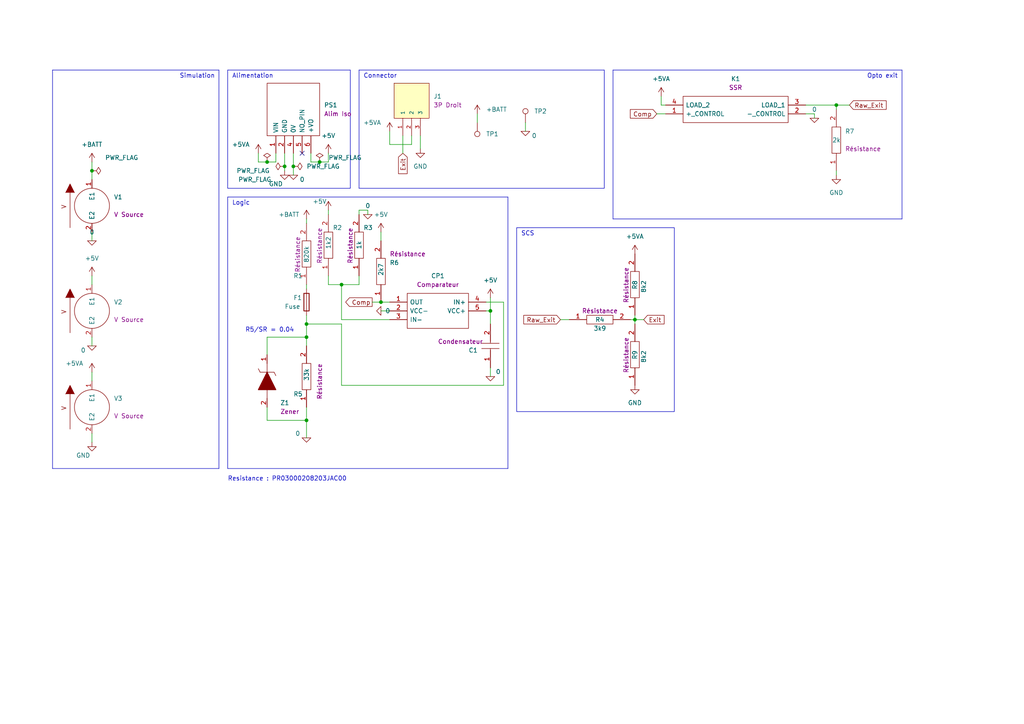
<source format=kicad_sch>
(kicad_sch (version 20231120) (generator "eeschema") (generator_version "8.0")
  (paper "A4")
  (lib_symbols
    (symbol "Device:Fuse" (pin_numbers hide) (pin_names (offset 0))
      (property "Reference" "F" (at 2.032 0 90))
      (property "Value" "Fuse" (at -1.905 0 90))
      (symbol "Fuse_0_1"
        (rectangle (start -0.762 -2.54) (end 0.762 2.54) (stroke (width 0.254)))
        (polyline (pts (xy 0 2.54) (xy 0 -2.54)))
      )
      (symbol "Fuse_1_1"
        (pin passive line (at 0 3.81 270) (length 1.27) (name "~") (number "1"))
        (pin passive line (at 0 -3.81 90) (length 1.27) (name "~") (number "2"))
      )
    )
    (symbol "EPSA_lib:3P Droit 22-11-2032" (pin_names (offset 1.016))
      (property "Reference" "J" (at 6.35 7.62 0))
      (property "Render Name" "3P Droit" (at 0 6.35 0))
      (symbol "3P Droit 22-11-2032_0_0"
        (rectangle (start -5.08 -5.08) (end 5.08 5.08) (stroke (width 0.1524)) (fill (type background)))
        (pin passive line (at -10.16 2.54 0) (length 5.08) (name "1") (number "1"))
        (pin passive line (at -10.16 0 0) (length 5.08) (name "2") (number "2"))
        (pin passive line (at -10.16 -2.54 0) (length 5.08) (name "3") (number "3"))
      )
    )
    (symbol "EPSA_lib:Alim Iso PDM2-S5-S5-S" (pin_names (offset 0.762))
      (property "Reference" "PS" (at 21.59 6.35 0))
      (property "Render Name" "Alim Iso" (at 12.7 3.81 0))
      (symbol "Alim Iso PDM2-S5-S5-S_0_0"
        (pin passive line (at 0 0 0) (length 5.08) (name "VIN") (number "1"))
        (pin passive line (at 0 -2.54 0) (length 5.08) (name "GND") (number "2"))
        (pin passive line (at 0 -5.08 0) (length 5.08) (name "0V") (number "4"))
        (pin passive line (at 0 -7.62 0) (length 5.08) (name "NO_PIN") (number "5"))
        (pin passive line (at 0 -10.16 0) (length 5.08) (name "+VO") (number "6"))
      )
      (symbol "Alim Iso PDM2-S5-S5-S_0_1"
        (polyline (pts (xy 5.08 2.54) (xy 20.32 2.54) (xy 20.32 -12.7) (xy 5.08 -12.7) (xy 5.08 2.54)) (stroke (width 0.1524)))
      )
    )
    (symbol "EPSA_lib:Comparateur TS391ILT" (pin_names (offset 0.762))
      (property "Reference" "CP" (at 35.56 8.89 0))
      (property "Render Name" "Comparateur" (at 13.97 3.81 0))
      (symbol "Comparateur TS391ILT_0_0"
        (pin passive line (at 0 0 0) (length 5.08) (name "OUT") (number "1"))
        (pin passive line (at 0 -2.54 0) (length 5.08) (name "VCC-") (number "2"))
        (pin passive line (at 0 -5.08 0) (length 5.08) (name "IN-") (number "3"))
        (pin passive line (at 27.94 0 180) (length 5.08) (name "IN+") (number "4"))
        (pin passive line (at 27.94 -2.54 180) (length 5.08) (name "VCC+") (number "5"))
      )
      (symbol "Comparateur TS391ILT_0_1"
        (polyline (pts (xy 5.08 2.54) (xy 22.86 2.54) (xy 22.86 -7.62) (xy 5.08 -7.62) (xy 5.08 2.54)) (stroke (width 0.1524)))
      )
    )
    (symbol "EPSA_lib:Condensateur 0805Y1000104JXT" (pin_names (offset 0.762))
      (property "Reference" "C" (at 20.32 5.08 0))
      (property "Spice_Model" "10" (at 5.08 6.35 0))
      (property "Render Name" "Condensateur" (at 6.35 3.81 0))
      (symbol "Condensateur 0805Y1000104JXT_0_0"
        (pin passive line (at 0 0 0) (length 5.08) (name "~") (number "1"))
        (pin passive line (at 12.7 0 180) (length 5.08) (name "~") (number "2"))
      )
      (symbol "Condensateur 0805Y1000104JXT_0_1"
        (polyline (pts (xy 5.08 0) (xy 5.588 0)) (stroke (width 0.1524)))
        (polyline (pts (xy 5.588 2.54) (xy 5.588 -2.54)) (stroke (width 0.1524)))
        (polyline (pts (xy 7.112 0) (xy 7.62 0)) (stroke (width 0.1524)))
        (polyline (pts (xy 7.112 2.54) (xy 7.112 -2.54)) (stroke (width 0.1524)))
      )
    )
    (symbol "EPSA_lib:Résistance RK73H2BLTDD2152F" (pin_names (offset 0.762))
      (property "Reference" "R" (at 25.4 5.08 0))
      (property "Value" "10" (at 7.62 0 0))
      (property "Render Name" "Résistance" (at 8.89 2.54 0))
      (symbol "Résistance RK73H2BLTDD2152F_0_0"
        (pin passive line (at 0 0 0) (length 5.08) (name "~") (number "1"))
        (pin passive line (at 17.78 0 180) (length 5.08) (name "~") (number "2"))
      )
      (symbol "Résistance RK73H2BLTDD2152F_0_1"
        (polyline (pts (xy 5.08 1.27) (xy 12.7 1.27) (xy 12.7 -1.27) (xy 5.08 -1.27) (xy 5.08 1.27)) (stroke (width 0.1524)))
      )
    )
    (symbol "EPSA_lib:SSR CPC1394GR" (pin_names (offset 0.762))
      (property "Reference" "K" (at 48.26 7.62 0))
      (property "Render Name" "SSR" (at 19.05 3.81 0))
      (symbol "SSR CPC1394GR_0_0"
        (pin passive line (at 0 -2.54 0) (length 5.08) (name "+_CONTROL") (number "1"))
        (pin passive line (at 40.64 -2.54 180) (length 5.08) (name "-_CONTROL") (number "2"))
        (pin passive line (at 40.64 0 180) (length 5.08) (name "LOAD_1") (number "3"))
        (pin passive line (at 0 0 0) (length 5.08) (name "LOAD_2") (number "4"))
      )
      (symbol "SSR CPC1394GR_0_1"
        (polyline (pts (xy 5.08 2.54) (xy 35.56 2.54) (xy 35.56 -5.08) (xy 5.08 -5.08) (xy 5.08 2.54)) (stroke (width 0.1524)))
      )
    )
    (symbol "EPSA_lib:TestPoint" (pin_numbers hide) (pin_names (offset 0.762) hide)
      (property "Reference" "TP" (at 0 6.858 0))
      (property "Value" "TestPoint" (at 0 5.08 0))
      (symbol "TestPoint_0_1"
        (circle (center 0 3.302) (radius 0.762))
      )
      (symbol "TestPoint_1_1"
        (pin passive line (at 0 0 90) (length 2.54) (name "1") (number "1"))
      )
    )
    (symbol "EPSA_lib:VSOURCE" (pin_names (offset 1.016)) (in_bom no) (on_board no)
      (property "Reference" "V" (at 8.89 12.7 0))
      (property "Spice_Model" "dc 5" (at -1.27 12.7 0))
      (property "Render Name" "V Source" (at -1.27 10.16 0))
      (symbol "VSOURCE_0_1"
        (circle (center -1.27 0) (radius 5.08))
        (polyline (pts (xy -7.62 6.35) (xy 2.54 6.35)) (fill (type outline)))
        (polyline (pts (xy 2.54 7.62) (xy 5.08 6.35) (xy 2.54 5.08)) (fill (type outline)))
        (text "V" (at -1.524 8.128 0) (effects (font (size 1.27 1.27))))
      )
      (symbol "VSOURCE_1_1"
        (pin input line (at 6.35 0 180) (length 2.54) (name "E1") (number "1"))
        (pin input line (at -8.89 0 0) (length 2.54) (name "E2") (number "2"))
      )
    )
    (symbol "EPSA_lib:Zener TZM5224B-GS08" (pin_names (offset 0.762))
      (property "Reference" "Z" (at 5.08 6.35 0))
      (property "Titre" "Zener" (at 6.35 3.81 0))
      (symbol "Zener TZM5224B-GS08_0_0"
        (pin passive line (at 0 0 0) (length 2.54) (name "~") (number "1"))
        (pin passive line (at 15.24 0 180) (length 2.54) (name "~") (number "2"))
      )
      (symbol "Zener TZM5224B-GS08_0_1"
        (polyline (pts (xy 2.54 0) (xy 5.08 0)) (stroke (width 0.1524)))
        (polyline (pts (xy 4.064 -2.54) (xy 5.08 -2.032)) (stroke (width 0.1524)))
        (polyline (pts (xy 5.08 2.032) (xy 5.08 -2.032)) (stroke (width 0.1524)))
        (polyline (pts (xy 5.08 2.032) (xy 6.096 2.54)) (stroke (width 0.1524)))
        (polyline (pts (xy 12.7 0) (xy 10.16 0)) (stroke (width 0.1524)))
        (polyline (pts (xy 5.08 0) (xy 10.16 2.54) (xy 10.16 -2.54) (xy 5.08 0)) (stroke (width 0.254)) (fill (type outline)))
      )
    )
    (symbol "Résistance RK73H2BLTDD2152F_1" (pin_names (offset 0.762))
      (property "Reference" "R" (at 25.4 5.08 0))
      (property "Value" "10" (at 7.62 0 0))
      (property "Render Name" "Résistance" (at 8.89 2.54 0))
      (symbol "Résistance RK73H2BLTDD2152F_1_0_0"
        (pin passive line (at 0 0 0) (length 5.08) (name "~") (number "1"))
        (pin passive line (at 17.78 0 180) (length 5.08) (name "~") (number "2"))
      )
      (symbol "Résistance RK73H2BLTDD2152F_1_0_1"
        (polyline (pts (xy 5.08 1.27) (xy 12.7 1.27) (xy 12.7 -1.27) (xy 5.08 -1.27) (xy 5.08 1.27)) (stroke (width 0.1524)))
      )
    )
    (symbol "power:+5V" (power) (pin_names (offset 0))
      (property "Value" "+5V" (at 0 3.556 0))
      (symbol "+5V_0_1"
        (polyline (pts (xy -0.762 1.27) (xy 0 2.54)))
        (polyline (pts (xy 0 0) (xy 0 2.54)))
        (polyline (pts (xy 0 2.54) (xy 0.762 1.27)))
      )
      (symbol "+5V_1_1"
        (pin power_in line (at 0 0 90) (length 0) hide (name "+5V") (number "1"))
      )
    )
    (symbol "power:+5VA" (power) (pin_names (offset 0))
      (property "Value" "+5VA" (at 0 3.556 0))
      (symbol "+5VA_0_1"
        (polyline (pts (xy -0.762 1.27) (xy 0 2.54)))
        (polyline (pts (xy 0 0) (xy 0 2.54)))
        (polyline (pts (xy 0 2.54) (xy 0.762 1.27)))
      )
      (symbol "+5VA_1_1"
        (pin power_in line (at 0 0 90) (length 0) hide (name "+5VA") (number "1"))
      )
    )
    (symbol "power:+BATT" (power) (pin_names (offset 0))
      (property "Value" "+BATT" (at 0 3.556 0))
      (symbol "+BATT_0_1"
        (polyline (pts (xy -0.762 1.27) (xy 0 2.54)))
        (polyline (pts (xy 0 0) (xy 0 2.54)))
        (polyline (pts (xy 0 2.54) (xy 0.762 1.27)))
      )
      (symbol "+BATT_1_1"
        (pin power_in line (at 0 0 90) (length 0) hide (name "+BATT") (number "1"))
      )
    )
    (symbol "power:GND" (power) (pin_names (offset 0))
      (property "Value" "GND" (at 0 -3.81 0))
      (symbol "GND_0_1"
        (polyline (pts (xy 0 0) (xy 0 -1.27) (xy 1.27 -1.27) (xy 0 -2.54) (xy -1.27 -1.27) (xy 0 -1.27)))
      )
      (symbol "GND_1_1"
        (pin power_in line (at 0 0 270) (length 0) hide (name "GND") (number "1"))
      )
    )
    (symbol "power:PWR_FLAG" (power) (pin_numbers hide) (pin_names (offset 0) hide)
      (property "Value" "PWR_FLAG" (at 0 3.81 0))
      (symbol "PWR_FLAG_0_0"
        (pin power_out line (at 0 0 90) (length 0) (name "pwr") (number "1"))
      )
      (symbol "PWR_FLAG_0_1"
        (polyline (pts (xy 0 0) (xy 0 1.27) (xy -1.016 1.905) (xy 0 2.54) (xy 1.016 1.905) (xy 0 1.27)))
      )
    )
    (symbol "pspice:0" (power) (pin_names (offset 0))
      (property "Value" "0" (at 0 -1.778 0))
      (symbol "0_0_1"
        (polyline (pts (xy -1.27 0) (xy 0 -1.27) (xy 1.27 0) (xy -1.27 0)))
      )
      (symbol "0_1_1"
        (pin power_in line (at 0 0 0) (length 0) hide (name "0") (number "1"))
      )
    )
  )
  (junction (at 26.67 49.53))
  (junction (at 99.06 82.55))
  (junction (at 184.15 92.71))
  (junction (at 88.9 93.98))
  (junction (at 110.49 87.63))
  (junction (at 85.09 48.26))
  (junction (at 88.9 121.92))
  (junction (at 142.24 90.17))
  (junction (at 77.47 46.99))
  (junction (at 92.71 46.99))
  (junction (at 242.57 30.48))
  (junction (at 82.55 48.26))
  (junction (at 88.9 97.79))
  (no_connect (at 87.63 44.45))
  (polyline (pts (xy 66.04 54.61) (xy 101.6 54.61)))
  (polyline (pts (xy 66.04 135.89) (xy 147.32 135.89)))
  (wire (pts (xy 152.4 35.56) (xy 152.4 38.1)))
  (wire (pts (xy 88.9 91.44) (xy 88.9 93.98)))
  (wire (pts (xy 88.9 118.11) (xy 88.9 121.92)))
  (wire (pts (xy 85.09 44.45) (xy 85.09 48.26)))
  (wire (pts (xy 95.25 80.01) (xy 95.25 82.55)))
  (wire (pts (xy 142.24 86.36) (xy 142.24 90.17)))
  (wire (pts (xy 88.9 93.98) (xy 88.9 97.79)))
  (wire (pts (xy 146.05 87.63) (xy 140.97 87.63)))
  (wire (pts (xy 242.57 49.53) (xy 242.57 50.8)))
  (wire (pts (xy 104.14 82.55) (xy 104.14 80.01)))
  (wire (pts (xy 242.57 30.48) (xy 246.38 30.48)))
  (wire (pts (xy 95.25 44.45) (xy 95.25 46.99)))
  (wire (pts (xy 99.06 82.55) (xy 104.14 82.55)))
  (wire (pts (xy 26.67 125.73) (xy 26.67 128.27)))
  (polyline (pts (xy 104.14 20.32) (xy 104.14 54.61)))
  (wire (pts (xy 26.67 97.79) (xy 26.67 100.33)))
  (polyline (pts (xy 177.8 20.32) (xy 177.8 63.5)))
  (wire (pts (xy 26.67 46.99) (xy 26.67 49.53)))
  (polyline (pts (xy 66.04 57.15) (xy 66.04 135.89)))
  (wire (pts (xy 88.9 93.98) (xy 99.06 93.98)))
  (wire (pts (xy 88.9 63.5) (xy 88.9 64.77)))
  (wire (pts (xy 190.5 33.02) (xy 193.04 33.02)))
  (wire (pts (xy 113.03 90.17) (xy 110.49 90.17)))
  (wire (pts (xy 142.24 106.68) (xy 142.24 109.22)))
  (wire (pts (xy 113.03 41.91) (xy 119.38 41.91)))
  (polyline (pts (xy 104.14 20.32) (xy 175.26 20.32)))
  (polyline (pts (xy 15.24 20.32) (xy 15.24 135.89)))
  (polyline (pts (xy 104.14 54.61) (xy 175.26 54.61)))
  (wire (pts (xy 104.14 60.96) (xy 106.68 60.96)))
  (wire (pts (xy 92.71 46.99) (xy 95.25 46.99)))
  (wire (pts (xy 99.06 111.76) (xy 146.05 111.76)))
  (wire (pts (xy 99.06 82.55) (xy 99.06 92.71)))
  (wire (pts (xy 88.9 121.92) (xy 88.9 127)))
  (wire (pts (xy 184.15 92.71) (xy 184.15 93.98)))
  (polyline (pts (xy 63.5 135.89) (xy 63.5 20.32)))
  (wire (pts (xy 82.55 48.26) (xy 82.55 49.53)))
  (wire (pts (xy 142.24 90.17) (xy 142.24 93.98)))
  (wire (pts (xy 110.49 67.31) (xy 110.49 69.85)))
  (polyline (pts (xy 175.26 54.61) (xy 175.26 20.32)))
  (wire (pts (xy 110.49 87.63) (xy 113.03 87.63)))
  (wire (pts (xy 85.09 48.26) (xy 85.09 50.8)))
  (polyline (pts (xy 177.8 20.32) (xy 261.62 20.32)))
  (wire (pts (xy 99.06 93.98) (xy 99.06 111.76)))
  (polyline (pts (xy 101.6 54.61) (xy 101.6 20.32)))
  (wire (pts (xy 80.01 46.99) (xy 80.01 44.45)))
  (wire (pts (xy 233.68 33.02) (xy 236.22 33.02)))
  (wire (pts (xy 74.93 46.99) (xy 77.47 46.99)))
  (polyline (pts (xy 147.32 135.89) (xy 147.32 57.15)))
  (wire (pts (xy 113.03 38.1) (xy 113.03 41.91)))
  (wire (pts (xy 191.77 30.48) (xy 193.04 30.48)))
  (wire (pts (xy 106.68 60.96) (xy 106.68 62.23)))
  (wire (pts (xy 77.47 97.79) (xy 77.47 102.87)))
  (polyline (pts (xy 66.04 20.32) (xy 101.6 20.32)))
  (polyline (pts (xy 66.04 20.32) (xy 66.04 54.61)))
  (wire (pts (xy 182.88 92.71) (xy 184.15 92.71)))
  (wire (pts (xy 104.14 60.96) (xy 104.14 62.23)))
  (wire (pts (xy 88.9 82.55) (xy 88.9 83.82)))
  (wire (pts (xy 26.67 67.31) (xy 26.67 69.85)))
  (wire (pts (xy 95.25 82.55) (xy 99.06 82.55)))
  (wire (pts (xy 90.17 46.99) (xy 92.71 46.99)))
  (wire (pts (xy 162.56 92.71) (xy 165.1 92.71)))
  (wire (pts (xy 184.15 92.71) (xy 186.69 92.71)))
  (wire (pts (xy 233.68 30.48) (xy 242.57 30.48)))
  (wire (pts (xy 140.97 90.17) (xy 142.24 90.17)))
  (polyline (pts (xy 261.62 63.5) (xy 261.62 20.32)))
  (wire (pts (xy 74.93 44.45) (xy 74.93 46.99)))
  (wire (pts (xy 77.47 118.11) (xy 77.47 121.92)))
  (wire (pts (xy 138.43 33.02) (xy 138.43 35.56)))
  (wire (pts (xy 236.22 33.02) (xy 236.22 34.29)))
  (wire (pts (xy 88.9 100.33) (xy 88.9 97.79)))
  (polyline (pts (xy 66.04 57.15) (xy 147.32 57.15)))
  (wire (pts (xy 242.57 31.75) (xy 242.57 30.48)))
  (wire (pts (xy 121.92 39.37) (xy 121.92 43.18)))
  (wire (pts (xy 90.17 44.45) (xy 90.17 46.99)))
  (wire (pts (xy 77.47 97.79) (xy 88.9 97.79)))
  (wire (pts (xy 26.67 49.53) (xy 26.67 52.07)))
  (wire (pts (xy 146.05 111.76) (xy 146.05 87.63)))
  (wire (pts (xy 116.84 39.37) (xy 116.84 44.45)))
  (wire (pts (xy 88.9 121.92) (xy 77.47 121.92)))
  (wire (pts (xy 95.25 60.96) (xy 95.25 62.23)))
  (wire (pts (xy 99.06 92.71) (xy 113.03 92.71)))
  (polyline (pts (xy 15.24 135.89) (xy 63.5 135.89)))
  (wire (pts (xy 82.55 44.45) (xy 82.55 48.26)))
  (wire (pts (xy 119.38 41.91) (xy 119.38 39.37)))
  (polyline (pts (xy 15.24 20.32) (xy 63.5 20.32)))
  (wire (pts (xy 191.77 27.94) (xy 191.77 30.48)))
  (wire (pts (xy 77.47 46.99) (xy 80.01 46.99)))
  (wire (pts (xy 107.95 87.63) (xy 110.49 87.63)))
  (wire (pts (xy 26.67 80.01) (xy 26.67 82.55)))
  (polyline (pts (xy 177.8 63.5) (xy 261.62 63.5)))
  (wire (pts (xy 26.67 107.95) (xy 26.67 110.49)))
  (wire (pts (xy 184.15 92.71) (xy 184.15 91.44)))
  (rectangle (start 149.86 66.04) (end 195.58 119.38))
  (text "SCS" (at 151.13 68.58 0) (effects (font (size 1.27 1.27)) (justify left bottom)))
  (text "Connector" (at 105.41 22.86 0) (effects (font (size 1.27 1.27)) (justify left bottom)))
  (text "R5/SR = 0.04" (at 71.12 96.52 0) (effects (font (size 1.27 1.27)) (justify left bottom)))
  (text "Alimentation" (at 67.31 22.86 0) (effects (font (size 1.27 1.27)) (justify left bottom)))
  (text "Opto exit" (at 251.46 22.86 0) (effects (font (size 1.27 1.27)) (justify left bottom)))
  (text "Simulation" (at 52.07 22.86 0) (effects (font (size 1.27 1.27)) (justify left bottom)))
  (text "Resistance : PR03000208203JAC00" (at 66.04 139.7 0) (effects (font (size 1.27 1.27)) (justify left bottom)))
  (text "Logic " (at 67.31 59.69 0) (effects (font (size 1.27 1.27)) (justify left bottom)))
  (global_label "Exit" (shape input) (at 116.84 44.45 270) (property "Intersheetrefs" "${INTERSHEET_REFS}" (effects (hide yes))))
  (global_label "Comp" (shape input) (at 190.5 33.02 180) (property "Intersheetrefs" "${INTERSHEET_REFS}" (effects (hide yes))))
  (global_label "Raw_Exit" (shape input) (at 162.56 92.71 180) (property "Intersheetrefs" "${INTERSHEET_REFS}" (effects (hide yes))))
  (global_label "Raw_Exit" (shape input) (at 246.38 30.48 0) (property "Intersheetrefs" "${INTERSHEET_REFS}" (effects (hide yes))))
  (global_label "Comp" (shape output) (at 107.95 87.63 180) (property "Intersheetrefs" "${INTERSHEET_REFS}" (effects (hide yes))))
  (global_label "Exit" (shape input) (at 186.69 92.71 0) (property "Intersheetrefs" "${INTERSHEET_REFS}" (effects (hide yes))))
  (symbol (lib_id "EPSA_lib:VSOURCE") (at 26.67 116.84 90) (unit 1) (in_bom no) (on_board no)
    (property "Reference" "V3" (at 33.02 115.5699 90) (effects (justify right)))
    (property "Value" "5" (effects (hide yes)))
    (property "Render Name" "V Source" (at 33.02 120.6499 90) (effects (justify right)))
    (property "Sim.Device" "V" (effects (hide yes)))
    (property "Sim.Type" "DC" (effects (hide yes)))
    (property "Sim.Pins" "1=+ 2=-" (effects (hide yes)))
  )
  (symbol (lib_id "power:PWR_FLAG") (at 26.67 49.53 270) (unit 1)
    (property "Reference" "#FLG0105" (effects (hide yes)))
    (property "Value" "PWR_FLAG" (at 30.48 45.72 90) (effects (justify left)))
  )
  (symbol (lib_id "EPSA_lib:Condensateur 0805Y1000104JXT") (at 142.24 106.68 90) (unit 1) (exclude_from_sim yes)
    (property "Reference" "C1" (at 135.89 101.6 90) (effects (justify right)))
    (property "Value" "Condensateur 0805Y1000104JXT" (effects (hide yes)))
    (property "Footprint" "EPSA_lib:CAPC2012X130N" (effects (hide yes)))
    (property "Datasheet" "http://docs-europe.electrocomponents.com/webdocs/119d/0900766b8119d7bc.pdf" (effects (hide yes)))
    (property "Description" "Syfer 0805 Ceramic Chip Capacitors" (effects (hide yes)))
    (property "Height" "1.3" (effects (hide yes)))
    (property "Manufacturer_Name" "Syfer" (effects (hide yes)))
    (property "Manufacturer_Part_Number" "0805Y1000104JXT" (effects (hide yes)))
    (property "Arrow Part Number" "0805Y1000104JXT" (effects (hide yes)))
    (property "Arrow Price/Stock" "https://www.arrow.com/en/products/0805y1000104jxt/syfer-technology?region=europe" (effects (hide yes)))
    (property "Render Name" "Condensateur" (at 127 99.06 90) (effects (justify right)))
    (property "Sim.Device" "SPICE" (effects (hide yes)))
    (property "Sim.Params" "type=\"C\" model=\"10n\" lib=\"\"" (effects (hide yes)))
    (property "Sim.Pins" "1=1 2=2" (effects (hide yes)))
  )
  (symbol (lib_id "EPSA_lib:3P Droit 22-11-2032") (at 119.38 29.21 90) (unit 1) (exclude_from_sim yes)
    (property "Reference" "J1" (at 125.73 27.9399 90) (effects (justify right)))
    (property "Value" "3P Droit 22-11-2032" (effects (hide yes)))
    (property "Footprint" "EPSA_lib:MOLEX_22-11-2032" (effects (hide yes)))
    (property "STANDARD" "Manufacturer recommendations" (effects (hide yes)))
    (property "PARTREV" "BD8" (effects (hide yes)))
    (property "MAXIMUM_PACKAGE_HEIGHT" "10.66mm" (effects (hide yes)))
    (property "MANUFACTURER" "Molex" (effects (hide yes)))
    (property "Render Name" "3P Droit" (at 125.73 30.4799 90) (effects (justify right)))
    (property "Sim.Device" "SPICE" (effects (hide yes)))
    (property "Sim.Params" "type=\"J\" model=\"22-11-2032\" lib=\"\"" (effects (hide yes)))
    (property "Sim.Pins" "1=1 2=2 3=3" (effects (hide yes)))
  )
  (symbol (lib_id "pspice:0") (at 106.68 62.23 0) (unit 1)
    (property "Reference" "#GND05" (effects (hide yes)))
    (property "Value" "0" (at 106.68 59.69 0))
  )
  (symbol (lib_id "power:+5VA") (at 113.03 38.1 0) (unit 1)
    (property "Reference" "#PWR012" (effects (hide yes)))
    (property "Value" "+5VA" (at 107.95 35.56 0))
  )
  (symbol (lib_id "pspice:0") (at 142.24 109.22 0) (unit 1)
    (property "Reference" "#GND09" (effects (hide yes)))
    (property "Value" "0" (at 144.4942 107.8231 0))
  )
  (symbol (lib_id "power:+5V") (at 95.25 44.45 0) (unit 1)
    (property "Reference" "#PWR011" (effects (hide yes)))
    (property "Value" "+5V" (at 95.25 39.37 0))
  )
  (symbol (lib_id "EPSA_lib:Zener TZM5224B-GS08") (at 77.47 102.87 270) (unit 1)
    (property "Reference" "Z1" (at 81.28 116.8399 90) (effects (justify left)))
    (property "Value" "Zener TZM5224B-GS08" (effects (hide yes)))
    (property "Footprint" "Diode_SMD:D_MiniMELF" (effects (hide yes)))
    (property "Datasheet" "https://www.mouser.co.uk/datasheet/2/427/tzm5221-103146.pdf" (effects (hide yes)))
    (property "Description" "Vishay TZM5224B-GS08 Zener Diode, 2.8V 5% 500 mW SMT 2-Pin SOD-80" (effects (hide yes)))
    (property "Height" "1.6" (effects (hide yes)))
    (property "Manufacturer_Name" "Vishay" (effects (hide yes)))
    (property "Manufacturer_Part_Number" "TZM5224B-GS08" (effects (hide yes)))
    (property "Mouser Part Number" "78-TZM5224B" (effects (hide yes)))
    (property "Mouser Price/Stock" "https://www.mouser.co.uk/ProductDetail/Vishay-Semiconductors/TZM5224B-GS08?qs=25SNtymhSqPc9I2zbkn61Q%3D%3D" (effects (hide yes)))
    (property "Titre" "Zener" (at 81.28 119.3799 90) (effects (justify left)))
    (property "Sim.Library" "${EPSA}\\SpiceModel\\Zener.lib" (effects (hide yes)))
    (property "Sim.Name" "DI_BZT52C2V4" (effects (hide yes)))
    (property "Sim.Pins" "2=1 1=2" (effects (hide yes)))
  )
  (symbol (lib_id "power:+5VA") (at 184.15 73.66 0) (unit 1)
    (property "Reference" "#PWR017" (effects (hide yes)))
    (property "Value" "+5VA" (at 184.15 68.58 0))
  )
  (symbol (lib_id "EPSA_lib:VSOURCE") (at 26.67 58.42 90) (unit 1) (in_bom no) (on_board no)
    (property "Reference" "V1" (at 33.02 57.1499 90) (effects (justify right)))
    (property "Value" "VSOURCE" (effects (hide yes)))
    (property "Render Name" "V Source" (at 33.02 62.2299 90) (effects (justify right)))
    (property "Sim.Device" "SPICE" (effects (hide yes)))
    (property "Sim.Params" "type=\"V\" model=\"pwl(0 0 10 600)\" lib=\"\"" (effects (hide yes)))
    (property "Sim.Pins" "1=1 2=2" (effects (hide yes)))
  )
  (symbol (lib_id "pspice:0") (at 110.49 90.17 270) (unit 1)
    (property "Reference" "#GND04" (effects (hide yes)))
    (property "Value" "0" (at 111.76 90.1699 90) (effects (justify left)))
  )
  (symbol (lib_id "EPSA_lib:TestPoint") (at 138.43 35.56 180) (unit 1) (exclude_from_sim yes)
    (property "Reference" "TP1" (at 140.97 38.862 0) (effects (justify right)))
    (property "Value" "${SIM.PARAMS}" (effects (hide yes)))
    (property "Footprint" "Connector_Wire:SolderWire-2.5sqmm_1x01_D2.4mm_OD3.6mm" (effects (hide yes)))
    (property "Sim.Device" "SPICE" (effects (hide yes)))
    (property "Sim.Params" "type=\"R\" model=\"TestPoint\" lib=\"\"" (effects (hide yes)))
    (property "Sim.Pins" "1=1" (effects (hide yes)))
  )
  (symbol (lib_id "Device:Fuse") (at 88.9 87.63 0) (unit 1)
    (property "Reference" "F1" (at 85.09 86.36 0) (effects (justify left)))
    (property "Value" "Fuse" (at 82.55 88.9 0) (effects (justify left)))
    (property "Footprint" "EPSA_lib:0PTF0078P" (effects (hide yes)))
  )
  (symbol (lib_name "Résistance RK73H2BLTDD2152F_1") (lib_id "EPSA_lib:Résistance RK73H2BLTDD2152F") (at 95.25 80.01 90) (unit 1)
    (property "Reference" "R2" (at 96.52 66.04 90) (effects (justify right)))
    (property "Value" "1k2" (at 95.25 68.58 0) (effects (justify right)))
    (property "Footprint" "EPSA_lib:RESC3216X70N" (effects (hide yes)))
    (property "Datasheet" "http://www.koaspeer.com/catimages/Products/RK73H/RK73H.pdf" (effects (hide yes)))
    (property "Description" "Thick Film Resistors - SMD" (effects (hide yes)))
    (property "Sim.Pins" "1=+ 2=-" (effects (hide yes)))
    (property "Sim.Device" "R" (effects (hide yes)))
    (property "Height" "0.7" (effects (hide yes)))
    (property "Manufacturer_Name" "KOA Speer" (effects (hide yes)))
    (property "Manufacturer_Part_Number" "RK73H2BLTDD2152F" (effects (hide yes)))
    (property "Mouser Part Number" "N/A" (effects (hide yes)))
    (property "Mouser Price/Stock" "https://www.mouser.co.uk/ProductDetail/KOA-Speer/RK73H2BLTDD2152F?qs=WeIALVmW3zmyxMFsjVzMRw%3D%3D" (effects (hide yes)))
    (property "Render Name" "Résistance" (at 92.71 66.04 0) (effects (justify right)))
  )
  (symbol (lib_id "power:+5VA") (at 74.93 44.45 0) (unit 1)
    (property "Reference" "#PWR08" (effects (hide yes)))
    (property "Value" "+5VA" (at 69.85 41.91 0))
  )
  (symbol (lib_id "power:PWR_FLAG") (at 82.55 48.26 90) (unit 1)
    (property "Reference" "#FLG0102" (effects (hide yes)))
    (property "Value" "PWR_FLAG" (at 78.74 52.07 90) (effects (justify left)))
  )
  (symbol (lib_id "power:GND") (at 184.15 111.76 0) (unit 1)
    (property "Reference" "#PWR018" (effects (hide yes)))
    (property "Value" "GND" (at 184.15 116.84 0))
  )
  (symbol (lib_name "Résistance RK73H2BLTDD2152F_1") (lib_id "EPSA_lib:Résistance RK73H2BLTDD2152F") (at 104.14 80.01 90) (unit 1)
    (property "Reference" "R3" (at 105.41 66.04 90) (effects (justify right)))
    (property "Value" "1k" (at 104.14 69.85 0) (effects (justify right)))
    (property "Footprint" "EPSA_lib:RESC3216X70N" (effects (hide yes)))
    (property "Datasheet" "http://www.koaspeer.com/catimages/Products/RK73H/RK73H.pdf" (effects (hide yes)))
    (property "Description" "Thick Film Resistors - SMD" (effects (hide yes)))
    (property "Sim.Pins" "1=+ 2=-" (effects (hide yes)))
    (property "Sim.Device" "R" (effects (hide yes)))
    (property "Height" "0.7" (effects (hide yes)))
    (property "Manufacturer_Name" "KOA Speer" (effects (hide yes)))
    (property "Manufacturer_Part_Number" "RK73H2BLTDD2152F" (effects (hide yes)))
    (property "Mouser Part Number" "N/A" (effects (hide yes)))
    (property "Mouser Price/Stock" "https://www.mouser.co.uk/ProductDetail/KOA-Speer/RK73H2BLTDD2152F?qs=WeIALVmW3zmyxMFsjVzMRw%3D%3D" (effects (hide yes)))
    (property "Render Name" "Résistance" (at 101.6 66.04 0) (effects (justify right)))
  )
  (symbol (lib_id "EPSA_lib:Résistance RK73H2BLTDD2152F") (at 110.49 87.63 90) (unit 1)
    (property "Reference" "R6" (at 113.03 76.1999 90) (effects (justify right)))
    (property "Value" "2k7" (at 110.49 80.01 0) (effects (justify left)))
    (property "Footprint" "EPSA_lib:RESC3216X70N" (effects (hide yes)))
    (property "Datasheet" "http://www.koaspeer.com/catimages/Products/RK73H/RK73H.pdf" (effects (hide yes)))
    (property "Description" "Thick Film Resistors - SMD" (effects (hide yes)))
    (property "Height" "0.7" (effects (hide yes)))
    (property "Manufacturer_Name" "KOA Speer" (effects (hide yes)))
    (property "Manufacturer_Part_Number" "RK73H2BLTDD2152F" (effects (hide yes)))
    (property "Mouser Part Number" "N/A" (effects (hide yes)))
    (property "Mouser Price/Stock" "https://www.mouser.co.uk/ProductDetail/KOA-Speer/RK73H2BLTDD2152F?qs=WeIALVmW3zmyxMFsjVzMRw%3D%3D" (effects (hide yes)))
    (property "Render Name" "Résistance" (at 113.03 73.66 90) (effects (justify right)))
    (property "Sim.Device" "R" (effects (hide yes)))
    (property "Sim.Params" "type=\"R\" model=\"2k6\" lib=\"\"" (effects (hide yes)))
    (property "Sim.Pins" "1=+ 2=-" (effects (hide yes)))
  )
  (symbol (lib_id "power:+5V") (at 26.67 80.01 0) (unit 1)
    (property "Reference" "#PWR02" (effects (hide yes)))
    (property "Value" "+5V" (at 26.67 74.93 0))
  )
  (symbol (lib_id "power:+BATT") (at 26.67 46.99 0) (unit 1)
    (property "Reference" "#PWR01" (effects (hide yes)))
    (property "Value" "+BATT" (at 26.67 41.91 0))
  )
  (symbol (lib_id "pspice:0") (at 152.4 38.1 0) (unit 1)
    (property "Reference" "#GND08" (effects (hide yes)))
    (property "Value" "0" (at 154.94 39.37 0))
  )
  (symbol (lib_id "EPSA_lib:Résistance RK73H2BLTDD2152F") (at 184.15 91.44 270) (mirror x) (unit 1)
    (property "Reference" "R8" (at 184.15 81.28 0) (effects (justify right)))
    (property "Value" "8k2" (at 186.69 81.28 0) (effects (justify right)))
    (property "Footprint" "EPSA_lib:RESC3216X70N" (effects (hide yes)))
    (property "Datasheet" "http://www.koaspeer.com/catimages/Products/RK73H/RK73H.pdf" (effects (hide yes)))
    (property "Description" "Thick Film Resistors - SMD" (effects (hide yes)))
    (property "Sim.Pins" "1=+ 2=-" (effects (hide yes)))
    (property "Sim.Device" "R" (effects (hide yes)))
    (property "Height" "0.7" (effects (hide yes)))
    (property "Manufacturer_Name" "KOA Speer" (effects (hide yes)))
    (property "Manufacturer_Part_Number" "RK73H2BLTDD2152F" (effects (hide yes)))
    (property "Mouser Part Number" "N/A" (effects (hide yes)))
    (property "Mouser Price/Stock" "https://www.mouser.co.uk/ProductDetail/KOA-Speer/RK73H2BLTDD2152F?qs=WeIALVmW3zmyxMFsjVzMRw%3D%3D" (effects (hide yes)))
    (property "Render Name" "Résistance" (at 181.61 77.47 0) (effects (justify right)))
  )
  (symbol (lib_id "pspice:0") (at 88.9 127 0) (unit 1)
    (property "Reference" "#GND03" (effects (hide yes)))
    (property "Value" "0" (at 86.36 125.73 0))
  )
  (symbol (lib_id "power:GND") (at 121.92 43.18 0) (unit 1)
    (property "Reference" "#PWR013" (effects (hide yes)))
    (property "Value" "GND" (at 121.92 48.26 0))
  )
  (symbol (lib_id "power:PWR_FLAG") (at 77.47 46.99 0) (unit 1)
    (property "Reference" "#FLG0104" (effects (hide yes)))
    (property "Value" "PWR_FLAG" (at 68.58 49.53 0) (effects (justify left)))
  )
  (symbol (lib_id "pspice:0") (at 26.67 69.85 0) (unit 1)
    (property "Reference" "#GND01" (effects (hide yes)))
    (property "Value" "0" (at 26.67 67.31 0))
  )
  (symbol (lib_id "power:+BATT") (at 138.43 33.02 0) (unit 1)
    (property "Reference" "#PWR016" (effects (hide yes)))
    (property "Value" "+BATT" (at 140.97 31.7499 0) (effects (justify left)))
  )
  (symbol (lib_id "EPSA_lib:Résistance RK73H2BLTDD2152F") (at 184.15 111.76 270) (mirror x) (unit 1)
    (property "Reference" "R9" (at 184.15 101.6 0) (effects (justify right)))
    (property "Value" "8k2" (at 186.69 101.6 0) (effects (justify right)))
    (property "Footprint" "EPSA_lib:RESC3216X70N" (effects (hide yes)))
    (property "Datasheet" "http://www.koaspeer.com/catimages/Products/RK73H/RK73H.pdf" (effects (hide yes)))
    (property "Description" "Thick Film Resistors - SMD" (effects (hide yes)))
    (property "Sim.Pins" "1=+ 2=-" (effects (hide yes)))
    (property "Sim.Device" "R" (effects (hide yes)))
    (property "Height" "0.7" (effects (hide yes)))
    (property "Manufacturer_Name" "KOA Speer" (effects (hide yes)))
    (property "Manufacturer_Part_Number" "RK73H2BLTDD2152F" (effects (hide yes)))
    (property "Mouser Part Number" "N/A" (effects (hide yes)))
    (property "Mouser Price/Stock" "https://www.mouser.co.uk/ProductDetail/KOA-Speer/RK73H2BLTDD2152F?qs=WeIALVmW3zmyxMFsjVzMRw%3D%3D" (effects (hide yes)))
    (property "Render Name" "Résistance" (at 181.61 97.79 0) (effects (justify right)))
  )
  (symbol (lib_id "EPSA_lib:Alim Iso PDM2-S5-S5-S") (at 80.01 44.45 90) (unit 1) (exclude_from_sim yes)
    (property "Reference" "PS1" (at 93.98 30.4799 90) (effects (justify right)))
    (property "Value" "Alim Iso PDM2-S5-S5-S" (effects (hide yes)))
    (property "Footprint" "EPSA_lib:PDM2S5S5S" (effects (hide yes)))
    (property "Datasheet" "https://datasheet.datasheetarchive.com/originals/distributors/Datasheets-SFU1/DSASFU10006714.pdf" (effects (hide yes)))
    (property "Description" "Isolated DC/DC Converters Isolated Board Mount DC-DC Cnvrt 5vdc 2W" (effects (hide yes)))
    (property "Height" "10.41" (effects (hide yes)))
    (property "Manufacturer_Name" "CUI Inc." (effects (hide yes)))
    (property "Manufacturer_Part_Number" "PDM2-S5-S5-S" (effects (hide yes)))
    (property "Mouser Part Number" "490-PDM2-S5-S5-S" (effects (hide yes)))
    (property "Mouser Price/Stock" "https://www.mouser.co.uk/ProductDetail/CUI-Inc/PDM2-S5-S5-S?qs=WyjlAZoYn51BO%2Fgga81j2w%3D%3D" (effects (hide yes)))
    (property "Render Name" "Alim Iso" (at 93.98 33.0199 90) (effects (justify right)))
    (property "Sim.Device" "SPICE" (effects (hide yes)))
    (property "Sim.Params" "type=\"R\" model=\"Alim Iso PDM2-S5-S5-S\" lib=\"\"" (effects (hide yes)))
    (property "Sim.Pins" "1=1 2=2 4=3 5=4 6=5" (effects (hide yes)))
  )
  (symbol (lib_id "power:GND") (at 26.67 128.27 0) (unit 1)
    (property "Reference" "#PWR04" (effects (hide yes)))
    (property "Value" "GND" (at 24.13 132.08 0))
  )
  (symbol (lib_id "power:+5V") (at 110.49 67.31 0) (unit 1)
    (property "Reference" "#PWR014" (effects (hide yes)))
    (property "Value" "+5V" (at 110.49 62.23 0))
  )
  (symbol (lib_id "EPSA_lib:VSOURCE") (at 26.67 88.9 90) (unit 1) (in_bom no) (on_board no)
    (property "Reference" "V2" (at 33.02 87.6299 90) (effects (justify right)))
    (property "Value" "5" (effects (hide yes)))
    (property "Render Name" "V Source" (at 33.02 92.7099 90) (effects (justify right)))
    (property "Sim.Device" "V" (effects (hide yes)))
    (property "Sim.Type" "DC" (effects (hide yes)))
    (property "Sim.Pins" "1=+ 2=-" (effects (hide yes)))
  )
  (symbol (lib_id "EPSA_lib:Résistance RK73H2BLTDD2152F") (at 88.9 82.55 90) (unit 1)
    (property "Reference" "R1" (at 85.09 80.01 90) (effects (justify right)))
    (property "Value" "820k" (at 88.9 76.2 0) (effects (justify left)))
    (property "Footprint" "EPSA_lib:RESC3216X70N" (effects (hide yes)))
    (property "Datasheet" "http://www.koaspeer.com/catimages/Products/RK73H/RK73H.pdf" (effects (hide yes)))
    (property "Description" "Thick Film Resistors - SMD" (effects (hide yes)))
    (property "Height" "0.7" (effects (hide yes)))
    (property "Manufacturer_Name" "KOA Speer" (effects (hide yes)))
    (property "Manufacturer_Part_Number" "RK73H2BLTDD2152F" (effects (hide yes)))
    (property "Mouser Part Number" "N/A" (effects (hide yes)))
    (property "Mouser Price/Stock" "https://www.mouser.co.uk/ProductDetail/KOA-Speer/RK73H2BLTDD2152F?qs=WeIALVmW3zmyxMFsjVzMRw%3D%3D" (effects (hide yes)))
    (property "Render Name" "Résistance" (at 86.36 68.58 0) (effects (justify right)))
    (property "Sim.Device" "R" (effects (hide yes)))
    (property "Sim.Params" "type=\"R\" model=\"820k\" lib=\"\"" (effects (hide yes)))
    (property "Sim.Pins" "1=+ 2=-" (effects (hide yes)))
  )
  (symbol (lib_id "power:GND") (at 82.55 49.53 0) (unit 1)
    (property "Reference" "#PWR010" (effects (hide yes)))
    (property "Value" "GND" (at 80.01 53.34 0))
  )
  (symbol (lib_id "power:PWR_FLAG") (at 85.09 48.26 270) (unit 1)
    (property "Reference" "#FLG0103" (effects (hide yes)))
    (property "Value" "PWR_FLAG" (at 88.9 48.2599 90) (effects (justify left)))
  )
  (symbol (lib_id "pspice:0") (at 236.22 34.29 0) (unit 1)
    (property "Reference" "#GND07" (effects (hide yes)))
    (property "Value" "0" (at 236.22 31.75 0))
  )
  (symbol (lib_id "EPSA_lib:Résistance RK73H2BLTDD2152F") (at 88.9 118.11 90) (unit 1)
    (property "Reference" "R5" (at 85.09 114.3 90) (effects (justify right)))
    (property "Value" "33k" (at 88.9 110.49 0) (effects (justify left)))
    (property "Footprint" "EPSA_lib:RESC3216X70N" (effects (hide yes)))
    (property "Datasheet" "http://www.koaspeer.com/catimages/Products/RK73H/RK73H.pdf" (effects (hide yes)))
    (property "Description" "Thick Film Resistors - SMD" (effects (hide yes)))
    (property "Height" "0.7" (effects (hide yes)))
    (property "Manufacturer_Name" "KOA Speer" (effects (hide yes)))
    (property "Manufacturer_Part_Number" "RK73H2BLTDD2152F" (effects (hide yes)))
    (property "Mouser Part Number" "N/A" (effects (hide yes)))
    (property "Mouser Price/Stock" "https://www.mouser.co.uk/ProductDetail/KOA-Speer/RK73H2BLTDD2152F?qs=WeIALVmW3zmyxMFsjVzMRw%3D%3D" (effects (hide yes)))
    (property "Render Name" "Résistance" (at 92.71 105.41 0) (effects (justify right)))
    (property "Sim.Device" "R" (effects (hide yes)))
    (property "Sim.Params" "type=\"R\" model=\"32k\" lib=\"\"" (effects (hide yes)))
    (property "Sim.Pins" "1=+ 2=-" (effects (hide yes)))
  )
  (symbol (lib_id "power:+BATT") (at 88.9 63.5 0) (unit 1)
    (property "Reference" "#PWR05" (effects (hide yes)))
    (property "Value" "+BATT" (at 83.82 62.23 0))
  )
  (symbol (lib_id "power:PWR_FLAG") (at 92.71 46.99 0) (unit 1)
    (property "Reference" "#FLG0101" (effects (hide yes)))
    (property "Value" "PWR_FLAG" (at 95.25 45.7199 0) (effects (justify left)))
  )
  (symbol (lib_id "EPSA_lib:SSR CPC1394GR") (at 193.04 30.48 0) (unit 1)
    (property "Reference" "K1" (at 213.36 22.86 0))
    (property "Value" "SSR CPC1394GR" (effects (hide yes)))
    (property "Footprint" "EPSA_lib:CPC1394GR" (effects (hide yes)))
    (property "Datasheet" "https://componentsearchengine.com/Datasheets/1/CPC1394GR.pdf" (effects (hide yes)))
    (property "Description" "SPST-NO Solid State Relay Solder 120 mA rms/mA dc Surface Mount, DC MOSFET" (effects (hide yes)))
    (property "Height" "3.556" (effects (hide yes)))
    (property "Manufacturer_Name" "LITTELFUSE" (effects (hide yes)))
    (property "Manufacturer_Part_Number" "CPC1394GR" (effects (hide yes)))
    (property "Mouser Part Number" "849-CPC1394GR" (effects (hide yes)))
    (property "Mouser Price/Stock" "https://www.mouser.co.uk/ProductDetail/IXYS-Integrated-Circuits/CPC1394GR?qs=8uBHJDVwVqyTG8bzDwZMmA%3D%3D" (effects (hide yes)))
    (property "Render Name" "SSR" (at 213.36 25.4 0))
    (property "Sim.Library" "${EPSA}\\SpiceModel\\SSR.lib" (effects (hide yes)))
    (property "Sim.Name" "SWITCH" (effects (hide yes)))
    (property "Sim.Pins" "1=CONT+ 2=CONT- 3=LOAD1 4=LOAD2" (effects (hide yes)))
  )
  (symbol (lib_id "pspice:0") (at 85.09 50.8 0) (unit 1)
    (property "Reference" "#GND06" (effects (hide yes)))
    (property "Value" "0" (at 87.63 52.07 0))
  )
  (symbol (lib_id "power:+5VA") (at 191.77 27.94 0) (unit 1)
    (property "Reference" "#PWR09" (effects (hide yes)))
    (property "Value" "+5VA" (at 191.77 22.86 0))
  )
  (symbol (lib_id "pspice:0") (at 26.67 100.33 0) (unit 1)
    (property "Reference" "#GND02" (effects (hide yes)))
    (property "Value" "0" (at 24.13 101.6 0))
  )
  (symbol (lib_id "power:GND") (at 242.57 50.8 0) (unit 1)
    (property "Reference" "#PWR015" (effects (hide yes)))
    (property "Value" "GND" (at 242.57 55.88 0))
  )
  (symbol (lib_id "EPSA_lib:TestPoint") (at 152.4 35.56 0) (unit 1) (exclude_from_sim yes)
    (property "Reference" "TP2" (at 154.94 32.258 0) (effects (justify left)))
    (property "Value" "${SIM.PARAMS}" (effects (hide yes)))
    (property "Footprint" "Connector_Wire:SolderWire-2.5sqmm_1x01_D2.4mm_OD3.6mm" (effects (hide yes)))
    (property "Sim.Device" "SPICE" (effects (hide yes)))
    (property "Sim.Params" "type=\"R\" model=\"TestPoint\" lib=\"\"" (effects (hide yes)))
    (property "Sim.Pins" "1=1" (effects (hide yes)))
  )
  (symbol (lib_id "power:+5V") (at 95.25 60.96 0) (unit 1)
    (property "Reference" "#PWR07" (effects (hide yes)))
    (property "Value" "+5V" (at 92.71 58.42 0))
  )
  (symbol (lib_id "EPSA_lib:Comparateur TS391ILT") (at 113.03 87.63 0) (unit 1)
    (property "Reference" "CP1" (at 127 80.01 0))
    (property "Value" "Comparateur TS391ILT" (effects (hide yes)))
    (property "Footprint" "EPSA_lib:SOT95P280X145-5N" (effects (hide yes)))
    (property "Datasheet" "http://www.st.com/st-web-ui/static/active/en/resource/technical/document/datasheet/CD00001660.pdf" (effects (hide yes)))
    (property "Description" "TS391ILT, Comparator Open Collector 0.3us 12 V, 15 V, 18 V, 24 V, 28 V, 3 V, 5 V, 9 V 5-Pin SOT-23" (effects (hide yes)))
    (property "Height" "1.45" (effects (hide yes)))
    (property "Manufacturer_Name" "STMicroelectronics" (effects (hide yes)))
    (property "Manufacturer_Part_Number" "TS391ILT" (effects (hide yes)))
    (property "Mouser Part Number" "511-TS391IL" (effects (hide yes)))
    (property "Mouser Price/Stock" "https://www.mouser.co.uk/ProductDetail/STMicroelectronics/TS391ILT?qs=P8h1tZw8GcB9GWR61XM17g%3D%3D" (effects (hide yes)))
    (property "Arrow Part Number" "TS391ILT" (effects (hide yes)))
    (property "Arrow Price/Stock" "https://www.arrow.com/en/products/ts391ilt/stmicroelectronics?region=europe" (effects (hide yes)))
    (property "Render Name" "Comparateur" (at 127 82.55 0))
    (property "Sim.Library" "${EPSA}\\SpiceModel\\C_ts391.lib" (effects (hide yes)))
    (property "Sim.Name" "TS391" (effects (hide yes)))
    (property "Sim.Pins" "4=1 3=2 5=3 2=4 1=5" (effects (hide yes)))
  )
  (symbol (lib_id "EPSA_lib:Résistance RK73H2BLTDD2152F") (at 165.1 92.71 0) (mirror x) (unit 1)
    (property "Reference" "R4" (at 173.99 92.71 0))
    (property "Value" "3k9" (at 173.99 95.25 0))
    (property "Footprint" "EPSA_lib:RESC3216X70N" (effects (hide yes)))
    (property "Datasheet" "http://www.koaspeer.com/catimages/Products/RK73H/RK73H.pdf" (effects (hide yes)))
    (property "Description" "Thick Film Resistors - SMD" (effects (hide yes)))
    (property "Sim.Pins" "1=+ 2=-" (effects (hide yes)))
    (property "Sim.Device" "R" (effects (hide yes)))
    (property "Height" "0.7" (effects (hide yes)))
    (property "Manufacturer_Name" "KOA Speer" (effects (hide yes)))
    (property "Manufacturer_Part_Number" "RK73H2BLTDD2152F" (effects (hide yes)))
    (property "Mouser Part Number" "N/A" (effects (hide yes)))
    (property "Mouser Price/Stock" "https://www.mouser.co.uk/ProductDetail/KOA-Speer/RK73H2BLTDD2152F?qs=WeIALVmW3zmyxMFsjVzMRw%3D%3D" (effects (hide yes)))
    (property "Render Name" "Résistance" (at 173.99 90.17 0))
  )
  (symbol (lib_id "power:+5VA") (at 26.67 107.95 0) (unit 1)
    (property "Reference" "#PWR03" (effects (hide yes)))
    (property "Value" "+5VA" (at 21.59 105.41 0))
  )
  (symbol (lib_id "power:+5V") (at 142.24 86.36 0) (unit 1)
    (property "Reference" "#PWR06" (effects (hide yes)))
    (property "Value" "+5V" (at 142.24 81.28 0))
  )
  (symbol (lib_id "EPSA_lib:Résistance RK73H2BLTDD2152F") (at 242.57 49.53 90) (unit 1)
    (property "Reference" "R7" (at 245.11 38.0999 90) (effects (justify right)))
    (property "Value" "2k" (at 243.84 40.64 90) (effects (justify left)))
    (property "Footprint" "EPSA_lib:RESC3216X70N" (effects (hide yes)))
    (property "Datasheet" "http://www.koaspeer.com/catimages/Products/RK73H/RK73H.pdf" (effects (hide yes)))
    (property "Description" "Thick Film Resistors - SMD" (effects (hide yes)))
    (property "Height" "0.7" (effects (hide yes)))
    (property "Manufacturer_Name" "KOA Speer" (effects (hide yes)))
    (property "Manufacturer_Part_Number" "RK73H2BLTDD2152F" (effects (hide yes)))
    (property "Mouser Part Number" "N/A" (effects (hide yes)))
    (property "Mouser Price/Stock" "https://www.mouser.co.uk/ProductDetail/KOA-Speer/RK73H2BLTDD2152F?qs=WeIALVmW3zmyxMFsjVzMRw%3D%3D" (effects (hide yes)))
    (property "Render Name" "Résistance" (at 245.11 43.1799 90) (effects (justify right)))
    (property "Sim.Device" "R" (effects (hide yes)))
    (property "Sim.Params" "type=\"R\" model=\"2k\" lib=\"\"" (effects (hide yes)))
    (property "Sim.Pins" "1=+ 2=-" (effects (hide yes)))
  )
)
</source>
